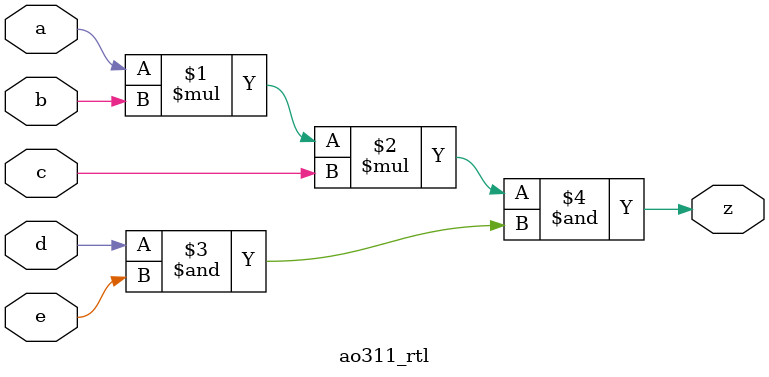
<source format=v>
`timescale 1ns / 1ns

// hns12 08212017 - generate rtl model using boolean operators
//
module ao311_rtl (
  input a,b,c,d,e, //listed inputs
  output z //listed outputs
  );
  assign z = (a * b) * c & (d & e) ; //equation of my ao311 circuit
endmodule

</source>
